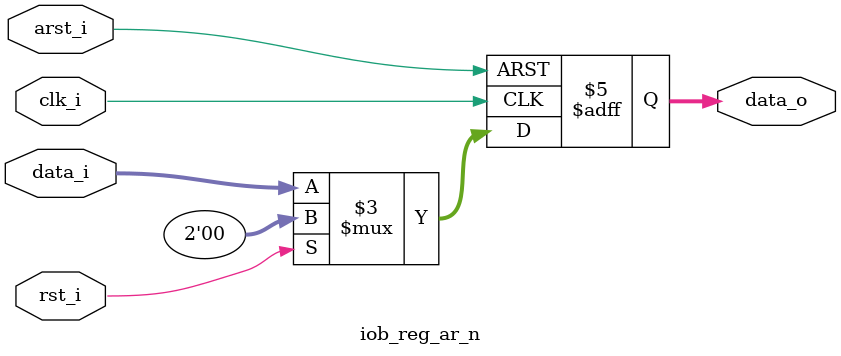
<source format=v>
`timescale 1ns / 1ps

module iob_reg_ar_n
  #(
    parameter DATA_W = 0,
    parameter RST_VAL = 0
    )
   (
    input                   clk_i,
    input                   arst_i,
    input                   rst_i,
    input [DATA_W-1:0]      data_i,
    output reg [DATA_W-1:0] data_o
    );

   // prevent width mismatch
   localparam [DATA_W-1:0] RST_VAL_INT = RST_VAL;
   
   always @(negedge clk_i, posedge arst_i) begin
      if (arst_i) begin
         data_o <= RST_VAL_INT;
      end else if (rst_i) begin
         data_o <= RST_VAL_INT;
      end else begin
         data_o <= data_i;
      end
   end

endmodule

</source>
